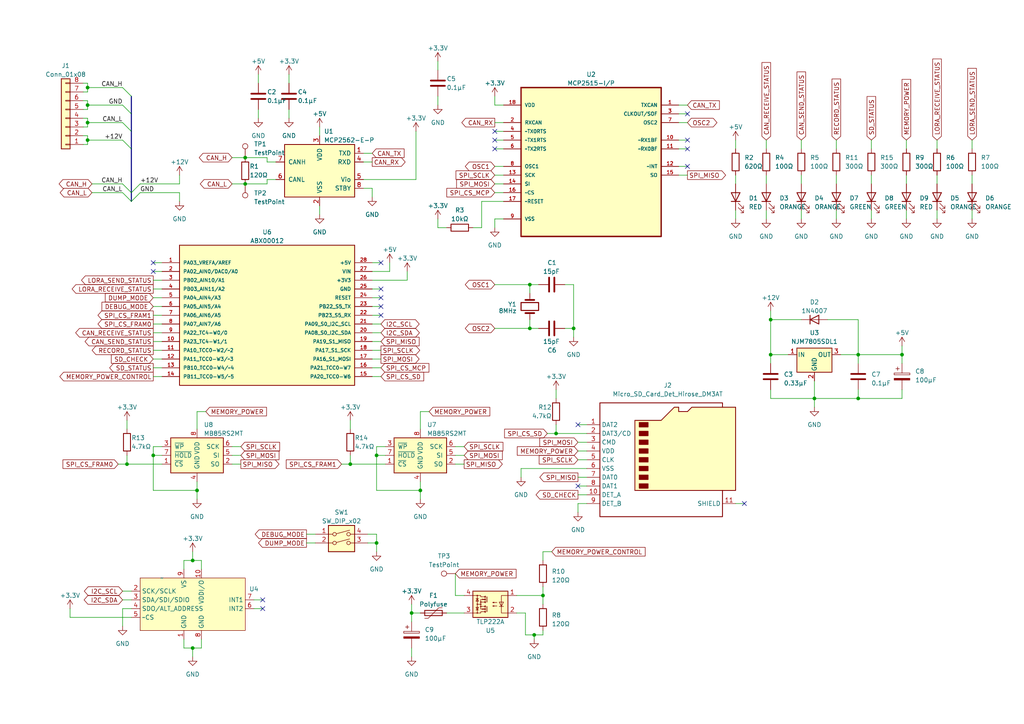
<source format=kicad_sch>
(kicad_sch (version 20230121) (generator eeschema)
  (paper "A4")
  (junction (at 236.22 115.57))
  (junction (at 261.62 102.87))
  (junction (at 153.67 95.25))
  (junction (at 101.6 134.62))
  (junction (at 25.4 30.48))
  (junction (at 25.4 25.4))
  (junction (at 153.67 82.55))
  (junction (at 25.4 40.64))
  (junction (at 154.94 184.15))
  (junction (at 71.12 53.34))
  (junction (at 248.92 115.57))
  (junction (at 161.29 125.73))
  (junction (at 157.48 172.72))
  (junction (at 55.88 162.56))
  (junction (at 223.52 102.87))
  (junction (at 119.38 177.8))
  (junction (at 25.4 35.56))
  (junction (at 109.22 157.48))
  (junction (at 36.83 134.62))
  (junction (at 44.45 132.08))
  (junction (at 57.15 142.24))
  (junction (at 71.12 45.72))
  (junction (at 109.22 132.08))
  (junction (at 55.88 187.96))
  (junction (at 166.37 95.25))
  (junction (at 121.92 142.24))
  (junction (at 223.52 92.71))
  (junction (at 248.92 102.87))
  (no_connect (at 110.49 83.82))
  (no_connect (at 199.39 40.64))
  (no_connect (at 143.51 40.64))
  (no_connect (at 199.39 43.18))
  (no_connect (at 167.64 140.97))
  (no_connect (at 110.49 86.36))
  (no_connect (at 76.2 176.53))
  (no_connect (at 76.2 173.99))
  (no_connect (at 143.51 43.18))
  (no_connect (at 199.39 33.02))
  (no_connect (at 167.64 123.19))
  (no_connect (at 44.45 78.74))
  (no_connect (at 143.51 38.1))
  (no_connect (at 110.49 76.2))
  (no_connect (at 110.49 91.44))
  (no_connect (at 110.49 88.9))
  (no_connect (at 215.9 146.05))
  (no_connect (at 44.45 76.2))
  (no_connect (at 199.39 48.26))
  (bus_entry (at 38.1 55.88) (size 2.54 -2.54))
  (bus_entry (at 35.56 35.56) (size 2.54 2.54))
  (bus_entry (at 38.1 58.42) (size -2.54 -2.54))
  (bus_entry (at 35.56 25.4) (size 2.54 2.54))
  (bus_entry (at 35.56 30.48) (size 2.54 2.54))
  (bus_entry (at 38.1 58.42) (size 2.54 -2.54))
  (bus_entry (at 35.56 40.64) (size 2.54 2.54))
  (bus_entry (at 38.1 55.88) (size -2.54 -2.54))
  (wire (pts (xy 52.07 58.42) (xy 52.07 55.88)))
  (wire (pts (xy 167.64 138.43) (xy 170.18 138.43)))
  (wire (pts (xy 25.4 40.64) (xy 35.56 40.64)))
  (wire (pts (xy 55.88 162.56) (xy 58.42 162.56)))
  (wire (pts (xy 52.07 53.34) (xy 40.64 53.34)))
  (wire (pts (xy 166.37 97.79) (xy 166.37 95.25)))
  (wire (pts (xy 196.85 50.8) (xy 199.39 50.8)))
  (wire (pts (xy 196.85 33.02) (xy 199.39 33.02)))
  (wire (pts (xy 196.85 30.48) (xy 199.39 30.48)))
  (bus (pts (xy 38.1 55.88) (xy 38.1 58.42)))
  (wire (pts (xy 261.62 113.03) (xy 261.62 115.57)))
  (wire (pts (xy 101.6 134.62) (xy 111.76 134.62)))
  (wire (pts (xy 143.51 53.34) (xy 146.05 53.34)))
  (wire (pts (xy 146.05 58.42) (xy 139.7 58.42)))
  (wire (pts (xy 107.95 83.82) (xy 110.49 83.82)))
  (wire (pts (xy 106.68 157.48) (xy 109.22 157.48)))
  (wire (pts (xy 107.95 81.28) (xy 118.11 81.28)))
  (wire (pts (xy 271.78 50.8) (xy 271.78 53.34)))
  (wire (pts (xy 132.08 166.37) (xy 132.08 172.72)))
  (wire (pts (xy 262.89 40.64) (xy 262.89 43.18)))
  (wire (pts (xy 236.22 110.49) (xy 236.22 115.57)))
  (wire (pts (xy 167.64 133.35) (xy 170.18 133.35)))
  (wire (pts (xy 25.4 35.56) (xy 25.4 36.83)))
  (wire (pts (xy 167.64 143.51) (xy 170.18 143.51)))
  (wire (pts (xy 166.37 95.25) (xy 166.37 82.55)))
  (wire (pts (xy 58.42 162.56) (xy 58.42 165.1)))
  (wire (pts (xy 44.45 109.22) (xy 46.99 109.22)))
  (wire (pts (xy 167.64 130.81) (xy 170.18 130.81)))
  (wire (pts (xy 154.94 184.15) (xy 157.48 184.15)))
  (wire (pts (xy 228.6 102.87) (xy 223.52 102.87)))
  (wire (pts (xy 44.45 78.74) (xy 46.99 78.74)))
  (wire (pts (xy 223.52 92.71) (xy 223.52 102.87)))
  (wire (pts (xy 252.73 40.64) (xy 252.73 43.18)))
  (wire (pts (xy 232.41 50.8) (xy 232.41 53.34)))
  (wire (pts (xy 153.67 95.25) (xy 156.21 95.25)))
  (wire (pts (xy 35.56 171.45) (xy 38.1 171.45)))
  (wire (pts (xy 73.66 173.99) (xy 76.2 173.99)))
  (wire (pts (xy 236.22 115.57) (xy 236.22 118.11)))
  (wire (pts (xy 196.85 43.18) (xy 199.39 43.18)))
  (wire (pts (xy 109.22 129.54) (xy 109.22 132.08)))
  (wire (pts (xy 44.45 91.44) (xy 46.99 91.44)))
  (wire (pts (xy 106.68 154.94) (xy 109.22 154.94)))
  (wire (pts (xy 107.95 86.36) (xy 110.49 86.36)))
  (wire (pts (xy 223.52 90.17) (xy 223.52 92.71)))
  (wire (pts (xy 44.45 106.68) (xy 46.99 106.68)))
  (wire (pts (xy 223.52 115.57) (xy 236.22 115.57)))
  (wire (pts (xy 252.73 50.8) (xy 252.73 53.34)))
  (wire (pts (xy 36.83 134.62) (xy 46.99 134.62)))
  (wire (pts (xy 223.52 102.87) (xy 223.52 105.41)))
  (wire (pts (xy 143.51 95.25) (xy 153.67 95.25)))
  (wire (pts (xy 248.92 115.57) (xy 248.92 113.03)))
  (wire (pts (xy 107.95 91.44) (xy 110.49 91.44)))
  (wire (pts (xy 107.95 54.61) (xy 107.95 57.15)))
  (wire (pts (xy 242.57 60.96) (xy 242.57 63.5)))
  (wire (pts (xy 74.93 21.59) (xy 74.93 24.13)))
  (bus (pts (xy 38.1 27.94) (xy 38.1 33.02)))
  (wire (pts (xy 157.48 160.02) (xy 157.48 162.56)))
  (wire (pts (xy 153.67 85.09) (xy 153.67 82.55)))
  (wire (pts (xy 213.36 40.64) (xy 213.36 43.18)))
  (wire (pts (xy 161.29 123.19) (xy 161.29 125.73)))
  (wire (pts (xy 53.34 185.42) (xy 53.34 187.96)))
  (wire (pts (xy 196.85 40.64) (xy 199.39 40.64)))
  (wire (pts (xy 46.99 132.08) (xy 44.45 132.08)))
  (wire (pts (xy 143.51 63.5) (xy 146.05 63.5)))
  (wire (pts (xy 153.67 82.55) (xy 156.21 82.55)))
  (wire (pts (xy 262.89 60.96) (xy 262.89 63.5)))
  (wire (pts (xy 24.13 41.91) (xy 25.4 41.91)))
  (wire (pts (xy 107.95 93.98) (xy 110.49 93.98)))
  (wire (pts (xy 105.41 44.45) (xy 107.95 44.45)))
  (wire (pts (xy 153.67 92.71) (xy 153.67 95.25)))
  (wire (pts (xy 107.95 76.2) (xy 110.49 76.2)))
  (wire (pts (xy 132.08 134.62) (xy 134.62 134.62)))
  (wire (pts (xy 163.83 95.25) (xy 166.37 95.25)))
  (wire (pts (xy 52.07 55.88) (xy 40.64 55.88)))
  (wire (pts (xy 242.57 40.64) (xy 242.57 43.18)))
  (wire (pts (xy 149.86 177.8) (xy 152.4 177.8)))
  (wire (pts (xy 105.41 46.99) (xy 107.95 46.99)))
  (wire (pts (xy 151.13 138.43) (xy 151.13 135.89)))
  (wire (pts (xy 88.9 154.94) (xy 91.44 154.94)))
  (wire (pts (xy 161.29 125.73) (xy 170.18 125.73)))
  (wire (pts (xy 73.66 176.53) (xy 76.2 176.53)))
  (wire (pts (xy 127 27.94) (xy 127 30.48)))
  (wire (pts (xy 132.08 132.08) (xy 134.62 132.08)))
  (wire (pts (xy 107.95 106.68) (xy 110.49 106.68)))
  (wire (pts (xy 213.36 60.96) (xy 213.36 63.5)))
  (wire (pts (xy 57.15 119.38) (xy 57.15 124.46)))
  (wire (pts (xy 167.64 140.97) (xy 170.18 140.97)))
  (wire (pts (xy 143.51 55.88) (xy 146.05 55.88)))
  (wire (pts (xy 55.88 187.96) (xy 58.42 187.96)))
  (wire (pts (xy 132.08 129.54) (xy 134.62 129.54)))
  (wire (pts (xy 240.03 92.71) (xy 248.92 92.71)))
  (wire (pts (xy 44.45 88.9) (xy 46.99 88.9)))
  (wire (pts (xy 67.31 45.72) (xy 71.12 45.72)))
  (wire (pts (xy 67.31 132.08) (xy 69.85 132.08)))
  (wire (pts (xy 24.13 24.13) (xy 25.4 24.13)))
  (wire (pts (xy 67.31 134.62) (xy 69.85 134.62)))
  (wire (pts (xy 248.92 102.87) (xy 261.62 102.87)))
  (wire (pts (xy 35.56 176.53) (xy 38.1 176.53)))
  (wire (pts (xy 25.4 34.29) (xy 25.4 35.56)))
  (wire (pts (xy 121.92 139.7) (xy 121.92 142.24)))
  (wire (pts (xy 25.4 36.83) (xy 24.13 36.83)))
  (wire (pts (xy 77.47 46.99) (xy 77.47 45.72)))
  (wire (pts (xy 44.45 81.28) (xy 46.99 81.28)))
  (wire (pts (xy 252.73 60.96) (xy 252.73 63.5)))
  (bus (pts (xy 38.1 43.18) (xy 38.1 55.88)))
  (wire (pts (xy 25.4 35.56) (xy 35.56 35.56)))
  (wire (pts (xy 121.92 142.24) (xy 121.92 144.78)))
  (wire (pts (xy 111.76 129.54) (xy 109.22 129.54)))
  (wire (pts (xy 281.94 40.64) (xy 281.94 43.18)))
  (wire (pts (xy 20.32 176.53) (xy 20.32 179.07)))
  (wire (pts (xy 59.69 119.38) (xy 57.15 119.38)))
  (wire (pts (xy 46.99 129.54) (xy 44.45 129.54)))
  (wire (pts (xy 67.31 53.34) (xy 71.12 53.34)))
  (wire (pts (xy 58.42 185.42) (xy 58.42 187.96)))
  (wire (pts (xy 154.94 184.15) (xy 154.94 185.42)))
  (wire (pts (xy 119.38 175.26) (xy 119.38 177.8)))
  (wire (pts (xy 134.62 172.72) (xy 132.08 172.72)))
  (wire (pts (xy 167.64 128.27) (xy 170.18 128.27)))
  (wire (pts (xy 24.13 31.75) (xy 25.4 31.75)))
  (wire (pts (xy 83.82 31.75) (xy 83.82 34.29)))
  (wire (pts (xy 167.64 146.05) (xy 170.18 146.05)))
  (wire (pts (xy 44.45 101.6) (xy 46.99 101.6)))
  (wire (pts (xy 167.64 146.05) (xy 167.64 148.59)))
  (wire (pts (xy 281.94 60.96) (xy 281.94 63.5)))
  (wire (pts (xy 25.4 25.4) (xy 35.56 25.4)))
  (wire (pts (xy 243.84 102.87) (xy 248.92 102.87)))
  (wire (pts (xy 262.89 50.8) (xy 262.89 53.34)))
  (wire (pts (xy 53.34 187.96) (xy 55.88 187.96)))
  (wire (pts (xy 24.13 26.67) (xy 25.4 26.67)))
  (wire (pts (xy 152.4 177.8) (xy 152.4 184.15)))
  (wire (pts (xy 92.71 59.69) (xy 92.71 62.23)))
  (wire (pts (xy 44.45 96.52) (xy 46.99 96.52)))
  (wire (pts (xy 139.7 66.04) (xy 137.16 66.04)))
  (wire (pts (xy 107.95 99.06) (xy 110.49 99.06)))
  (wire (pts (xy 213.36 50.8) (xy 213.36 53.34)))
  (wire (pts (xy 242.57 50.8) (xy 242.57 53.34)))
  (wire (pts (xy 101.6 132.08) (xy 101.6 134.62)))
  (wire (pts (xy 157.48 170.18) (xy 157.48 172.72)))
  (wire (pts (xy 143.51 48.26) (xy 146.05 48.26)))
  (wire (pts (xy 35.56 173.99) (xy 38.1 173.99)))
  (wire (pts (xy 53.34 162.56) (xy 55.88 162.56)))
  (wire (pts (xy 232.41 40.64) (xy 232.41 43.18)))
  (wire (pts (xy 36.83 121.92) (xy 36.83 124.46)))
  (wire (pts (xy 222.25 50.8) (xy 222.25 53.34)))
  (wire (pts (xy 261.62 100.33) (xy 261.62 102.87)))
  (wire (pts (xy 271.78 60.96) (xy 271.78 63.5)))
  (wire (pts (xy 25.4 39.37) (xy 25.4 40.64)))
  (wire (pts (xy 35.56 55.88) (xy 26.67 55.88)))
  (wire (pts (xy 57.15 142.24) (xy 57.15 144.78)))
  (wire (pts (xy 24.13 29.21) (xy 25.4 29.21)))
  (wire (pts (xy 163.83 82.55) (xy 166.37 82.55)))
  (wire (pts (xy 80.01 46.99) (xy 77.47 46.99)))
  (wire (pts (xy 143.51 35.56) (xy 146.05 35.56)))
  (wire (pts (xy 167.64 123.19) (xy 170.18 123.19)))
  (wire (pts (xy 143.51 30.48) (xy 146.05 30.48)))
  (wire (pts (xy 55.88 190.5) (xy 55.88 187.96)))
  (wire (pts (xy 44.45 76.2) (xy 46.99 76.2)))
  (wire (pts (xy 143.51 50.8) (xy 146.05 50.8)))
  (wire (pts (xy 83.82 21.59) (xy 83.82 24.13)))
  (wire (pts (xy 160.02 160.02) (xy 157.48 160.02)))
  (wire (pts (xy 124.46 119.38) (xy 121.92 119.38)))
  (bus (pts (xy 38.1 38.1) (xy 38.1 43.18)))
  (wire (pts (xy 143.51 43.18) (xy 146.05 43.18)))
  (wire (pts (xy 53.34 165.1) (xy 53.34 162.56)))
  (wire (pts (xy 261.62 105.41) (xy 261.62 102.87)))
  (wire (pts (xy 119.38 187.96) (xy 119.38 190.5)))
  (wire (pts (xy 118.11 78.74) (xy 118.11 81.28)))
  (wire (pts (xy 77.47 52.07) (xy 77.47 53.34)))
  (wire (pts (xy 271.78 40.64) (xy 271.78 43.18)))
  (wire (pts (xy 36.83 132.08) (xy 36.83 134.62)))
  (wire (pts (xy 143.51 82.55) (xy 153.67 82.55)))
  (wire (pts (xy 107.95 109.22) (xy 110.49 109.22)))
  (wire (pts (xy 99.06 134.62) (xy 101.6 134.62)))
  (wire (pts (xy 44.45 86.36) (xy 46.99 86.36)))
  (wire (pts (xy 44.45 129.54) (xy 44.45 132.08)))
  (wire (pts (xy 107.95 88.9) (xy 110.49 88.9)))
  (wire (pts (xy 248.92 115.57) (xy 261.62 115.57)))
  (wire (pts (xy 222.25 60.96) (xy 222.25 63.5)))
  (wire (pts (xy 222.25 40.64) (xy 222.25 43.18)))
  (wire (pts (xy 44.45 132.08) (xy 44.45 142.24)))
  (wire (pts (xy 109.22 142.24) (xy 121.92 142.24)))
  (wire (pts (xy 119.38 177.8) (xy 121.92 177.8)))
  (wire (pts (xy 121.92 119.38) (xy 121.92 124.46)))
  (wire (pts (xy 107.95 96.52) (xy 110.49 96.52)))
  (wire (pts (xy 44.45 142.24) (xy 57.15 142.24)))
  (wire (pts (xy 161.29 113.03) (xy 161.29 115.57)))
  (wire (pts (xy 113.03 76.2) (xy 113.03 78.74)))
  (wire (pts (xy 25.4 31.75) (xy 25.4 30.48)))
  (wire (pts (xy 88.9 157.48) (xy 91.44 157.48)))
  (wire (pts (xy 25.4 30.48) (xy 25.4 29.21)))
  (wire (pts (xy 143.51 66.04) (xy 143.51 63.5)))
  (wire (pts (xy 223.52 92.71) (xy 232.41 92.71)))
  (wire (pts (xy 120.65 38.1) (xy 120.65 52.07)))
  (wire (pts (xy 248.92 92.71) (xy 248.92 102.87)))
  (wire (pts (xy 143.51 40.64) (xy 146.05 40.64)))
  (wire (pts (xy 139.7 58.42) (xy 139.7 66.04)))
  (wire (pts (xy 157.48 172.72) (xy 157.48 175.26)))
  (wire (pts (xy 127 17.78) (xy 127 20.32)))
  (wire (pts (xy 35.56 176.53) (xy 35.56 181.61)))
  (wire (pts (xy 44.45 104.14) (xy 46.99 104.14)))
  (wire (pts (xy 67.31 129.54) (xy 69.85 129.54)))
  (wire (pts (xy 196.85 35.56) (xy 199.39 35.56)))
  (wire (pts (xy 119.38 177.8) (xy 119.38 180.34)))
  (wire (pts (xy 44.45 83.82) (xy 46.99 83.82)))
  (wire (pts (xy 71.12 53.34) (xy 77.47 53.34)))
  (wire (pts (xy 35.56 53.34) (xy 26.67 53.34)))
  (wire (pts (xy 107.95 104.14) (xy 110.49 104.14)))
  (bus (pts (xy 38.1 33.02) (xy 38.1 38.1)))
  (wire (pts (xy 157.48 184.15) (xy 157.48 182.88)))
  (wire (pts (xy 25.4 30.48) (xy 35.56 30.48)))
  (wire (pts (xy 20.32 179.07) (xy 38.1 179.07)))
  (wire (pts (xy 151.13 135.89) (xy 170.18 135.89)))
  (wire (pts (xy 109.22 132.08) (xy 109.22 142.24)))
  (wire (pts (xy 52.07 50.8) (xy 52.07 53.34)))
  (wire (pts (xy 127 66.04) (xy 129.54 66.04)))
  (wire (pts (xy 24.13 34.29) (xy 25.4 34.29)))
  (wire (pts (xy 25.4 25.4) (xy 25.4 26.67)))
  (wire (pts (xy 213.36 146.05) (xy 215.9 146.05)))
  (wire (pts (xy 34.29 134.62) (xy 36.83 134.62)))
  (wire (pts (xy 101.6 121.92) (xy 101.6 124.46)))
  (wire (pts (xy 25.4 25.4) (xy 25.4 24.13)))
  (wire (pts (xy 92.71 36.83) (xy 92.71 39.37)))
  (wire (pts (xy 105.41 52.07) (xy 120.65 52.07)))
  (wire (pts (xy 248.92 102.87) (xy 248.92 105.41)))
  (wire (pts (xy 55.88 160.02) (xy 55.88 162.56)))
  (wire (pts (xy 109.22 154.94) (xy 109.22 157.48)))
  (wire (pts (xy 236.22 115.57) (xy 248.92 115.57)))
  (wire (pts (xy 44.45 99.06) (xy 46.99 99.06)))
  (wire (pts (xy 44.45 93.98) (xy 46.99 93.98)))
  (wire (pts (xy 109.22 157.48) (xy 109.22 160.02)))
  (wire (pts (xy 105.41 54.61) (xy 107.95 54.61)))
  (wire (pts (xy 113.03 78.74) (xy 107.95 78.74)))
  (wire (pts (xy 111.76 132.08) (xy 109.22 132.08)))
  (wire (pts (xy 25.4 41.91) (xy 25.4 40.64)))
  (wire (pts (xy 127 63.5) (xy 127 66.04)))
  (wire (pts (xy 232.41 60.96) (xy 232.41 63.5)))
  (wire (pts (xy 158.75 125.73) (xy 161.29 125.73)))
  (wire (pts (xy 57.15 139.7) (xy 57.15 142.24)))
  (wire (pts (xy 281.94 50.8) (xy 281.94 53.34)))
  (wire (pts (xy 80.01 52.07) (xy 77.47 52.07)))
  (wire (pts (xy 74.93 31.75) (xy 74.93 34.29)))
  (wire (pts (xy 196.85 48.26) (xy 199.39 48.26)))
  (wire (pts (xy 157.48 172.72) (xy 149.86 172.72)))
  (wire (pts (xy 223.52 113.03) (xy 223.52 115.57)))
  (wire (pts (xy 71.12 45.72) (xy 77.47 45.72)))
  (wire (pts (xy 152.4 184.15) (xy 154.94 184.15)))
  (wire (pts (xy 129.54 177.8) (xy 134.62 177.8)))
  (wire (pts (xy 24.13 39.37) (xy 25.4 39.37)))
  (wire (pts (xy 143.51 38.1) (xy 146.05 38.1)))
  (wire (pts (xy 143.51 27.94) (xy 143.51 30.48)))
  (wire (pts (xy 107.95 101.6) (xy 110.49 101.6)))
  (label "+12V" (at 35.56 40.64 180))
  (label "CAN_H" (at 35.56 53.34 180))
  (label "CAN_H" (at 35.56 25.4 180))
  (label "CAN_L" (at 35.56 55.88 180))
  (label "GND" (at 40.64 55.88 0))
  (label "+12V" (at 40.64 53.34 0))
  (label "CAN_L" (at 35.56 35.56 180))
  (label "GND" (at 35.56 30.48 180))
  (global_label "MEMORY_POWER" (shape input) (at 132.08 166.37 0) (property "Intersheetrefs" "${INTERSHEET_REFS}" (effects hide)))
  (global_label "SPI_CS_FRAM1" (shape input) (at 99.06 134.62 180) (property "Intersheetrefs" "${INTERSHEET_REFS}" (effects hide)))
  (global_label "LORA_RECEIVE_STATUS" (shape output) (at 44.45 83.82 180) (property "Intersheetrefs" "${INTERSHEET_REFS}" (effects hide)))
  (global_label "CAN_RECEIVE_STATUS" (shape output) (at 44.45 96.52 180) (property "Intersheetrefs" "${INTERSHEET_REFS}" (effects hide)))
  (global_label "OSC1" (shape bidirectional) (at 143.51 82.55 180) (property "Intersheetrefs" "${INTERSHEET_REFS}" (effects hide)))
  (global_label "SPI_CS_FRAM0" (shape output) (at 44.45 93.98 180) (property "Intersheetrefs" "${INTERSHEET_REFS}" (effects hide)))
  (global_label "SD_STATUS" (shape output) (at 44.45 106.68 180) (property "Intersheetrefs" "${INTERSHEET_REFS}" (effects hide)))
  (global_label "SPI_CS_FRAM1" (shape output) (at 44.45 91.44 180) (property "Intersheetrefs" "${INTERSHEET_REFS}" (effects hide)))
  (global_label "MEMORY_POWER" (shape input) (at 59.69 119.38 0) (property "Intersheetrefs" "${INTERSHEET_REFS}" (effects hide)))
  (global_label "CAN_L" (shape bidirectional) (at 67.31 53.34 180) (property "Intersheetrefs" "${INTERSHEET_REFS}" (effects hide)))
  (global_label "DEBUG_MODE" (shape output) (at 88.9 154.94 180) (property "Intersheetrefs" "${INTERSHEET_REFS}" (effects hide)))
  (global_label "LORA_RECEIVE_STATUS" (shape input) (at 271.78 40.64 90) (property "Intersheetrefs" "${INTERSHEET_REFS}" (effects hide)))
  (global_label "CAN_RX" (shape output) (at 143.51 35.56 180) (property "Intersheetrefs" "${INTERSHEET_REFS}" (effects hide)))
  (global_label "OSC2" (shape bidirectional) (at 143.51 95.25 180) (property "Intersheetrefs" "${INTERSHEET_REFS}" (effects hide)))
  (global_label "SPI_CS_FRAM0" (shape input) (at 34.29 134.62 180) (property "Intersheetrefs" "${INTERSHEET_REFS}" (effects hide)))
  (global_label "SPI_MOSI" (shape input) (at 134.62 132.08 0) (property "Intersheetrefs" "${INTERSHEET_REFS}" (effects hide)))
  (global_label "SPI_SCLK" (shape input) (at 143.51 50.8 180) (property "Intersheetrefs" "${INTERSHEET_REFS}" (effects hide)))
  (global_label "SPI_MISO" (shape output) (at 199.39 50.8 0) (property "Intersheetrefs" "${INTERSHEET_REFS}" (effects hide)))
  (global_label "SPI_SCLK" (shape input) (at 69.85 129.54 0) (property "Intersheetrefs" "${INTERSHEET_REFS}" (effects hide)))
  (global_label "SPI_CS_SD" (shape input) (at 110.49 109.22 0) (property "Intersheetrefs" "${INTERSHEET_REFS}" (effects hide)))
  (global_label "DEBUG_MODE" (shape input) (at 44.45 88.9 180) (property "Intersheetrefs" "${INTERSHEET_REFS}" (effects hide)))
  (global_label "DUMP_MODE" (shape output) (at 88.9 157.48 180) (property "Intersheetrefs" "${INTERSHEET_REFS}" (effects hide)))
  (global_label "CAN_TX" (shape input) (at 107.95 44.45 0) (property "Intersheetrefs" "${INTERSHEET_REFS}" (effects hide)))
  (global_label "CAN_SEND_STATUS" (shape output) (at 44.45 99.06 180) (property "Intersheetrefs" "${INTERSHEET_REFS}" (effects hide)))
  (global_label "SPI_SCLK" (shape input) (at 134.62 129.54 0) (property "Intersheetrefs" "${INTERSHEET_REFS}" (effects hide)))
  (global_label "SPI_MISO" (shape output) (at 167.64 138.43 180) (property "Intersheetrefs" "${INTERSHEET_REFS}" (effects hide)))
  (global_label "SD_STATUS" (shape input) (at 252.73 40.64 90) (property "Intersheetrefs" "${INTERSHEET_REFS}" (effects hide)))
  (global_label "SPI_SCLK" (shape output) (at 110.49 101.6 0) (property "Intersheetrefs" "${INTERSHEET_REFS}" (effects hide)))
  (global_label "CAN_H" (shape bidirectional) (at 67.31 45.72 180) (property "Intersheetrefs" "${INTERSHEET_REFS}" (effects hide)))
  (global_label "SPI_MOSI" (shape input) (at 143.51 53.34 180) (property "Intersheetrefs" "${INTERSHEET_REFS}" (effects hide)))
  (global_label "OSC1" (shape bidirectional) (at 143.51 48.26 180) (property "Intersheetrefs" "${INTERSHEET_REFS}" (effects hide)))
  (global_label "CAN_RX" (shape output) (at 107.95 46.99 0) (property "Intersheetrefs" "${INTERSHEET_REFS}" (effects hide)))
  (global_label "MEMORY_POWER" (shape input) (at 124.46 119.38 0) (property "Intersheetrefs" "${INTERSHEET_REFS}" (effects hide)))
  (global_label "SPI_SCLK" (shape input) (at 167.64 133.35 180) (property "Intersheetrefs" "${INTERSHEET_REFS}" (effects hide)))
  (global_label "SPI_CS_MCP" (shape input) (at 110.49 106.68 0) (property "Intersheetrefs" "${INTERSHEET_REFS}" (effects hide)))
  (global_label "SPI_MOSI" (shape input) (at 167.64 128.27 180) (property "Intersheetrefs" "${INTERSHEET_REFS}" (effects hide)))
  (global_label "SPI_MISO" (shape input) (at 110.49 99.06 0) (property "Intersheetrefs" "${INTERSHEET_REFS}" (effects hide)))
  (global_label "LORA_SEND_STATUS" (shape output) (at 44.45 81.28 180) (property "Intersheetrefs" "${INTERSHEET_REFS}" (effects hide)))
  (global_label "SPI_MOSI" (shape input) (at 69.85 132.08 0) (property "Intersheetrefs" "${INTERSHEET_REFS}" (effects hide)))
  (global_label "MEMORY_POWER" (shape input) (at 167.64 130.81 180) (property "Intersheetrefs" "${INTERSHEET_REFS}" (effects hide)))
  (global_label "SPI_MOSI" (shape output) (at 110.49 104.14 0) (property "Intersheetrefs" "${INTERSHEET_REFS}" (effects hide)))
  (global_label "LORA_SEND_STATUS" (shape input) (at 281.94 40.64 90) (property "Intersheetrefs" "${INTERSHEET_REFS}" (effects hide)))
  (global_label "SPI_CS_MCP" (shape input) (at 143.51 55.88 180) (property "Intersheetrefs" "${INTERSHEET_REFS}" (effects hide)))
  (global_label "I2C_SDA" (shape bidirectional) (at 110.49 96.52 0) (property "Intersheetrefs" "${INTERSHEET_REFS}" (effects hide)))
  (global_label "CAN_SEND_STATUS" (shape input) (at 232.41 40.64 90) (property "Intersheetrefs" "${INTERSHEET_REFS}" (effects hide)))
  (global_label "CAN_L" (shape bidirectional) (at 26.67 55.88 180) (property "Intersheetrefs" "${INTERSHEET_REFS}" (effects hide)))
  (global_label "CAN_RECEIVE_STATUS" (shape input) (at 222.25 40.64 90) (property "Intersheetrefs" "${INTERSHEET_REFS}" (effects hide)))
  (global_label "MEMORY_POWER" (shape input) (at 262.89 40.64 90) (property "Intersheetrefs" "${INTERSHEET_REFS}" (effects hide)))
  (global_label "I2C_SCL" (shape bidirectional) (at 35.56 171.45 180) (property "Intersheetrefs" "${INTERSHEET_REFS}" (effects hide)))
  (global_label "MEMORY_POWER_CONTROL" (shape output) (at 44.45 109.22 180) (property "Intersheetrefs" "${INTERSHEET_REFS}" (effects hide)))
  (global_label "CAN_TX" (shape input) (at 199.39 30.48 0) (property "Intersheetrefs" "${INTERSHEET_REFS}" (effects hide)))
  (global_label "CAN_H" (shape bidirectional) (at 26.67 53.34 180) (property "Intersheetrefs" "${INTERSHEET_REFS}" (effects hide)))
  (global_label "OSC2" (shape bidirectional) (at 199.39 35.56 0) (property "Intersheetrefs" "${INTERSHEET_REFS}" (effects hide)))
  (global_label "SPI_MISO" (shape output) (at 134.62 134.62 0) (property "Intersheetrefs" "${INTERSHEET_REFS}" (effects hide)))
  (global_label "RECORD_STATUS" (shape input) (at 242.57 40.64 90) (property "Intersheetrefs" "${INTERSHEET_REFS}" (effects hide)))
  (global_label "I2C_SDA" (shape bidirectional) (at 35.56 173.99 180) (property "Intersheetrefs" "${INTERSHEET_REFS}" (effects hide)))
  (global_label "SD_CHECK" (shape input) (at 44.45 104.14 180) (property "Intersheetrefs" "${INTERSHEET_REFS}" (effects hide)))
  (global_label "SPI_CS_SD" (shape input) (at 158.75 125.73 180) (property "Intersheetrefs" "${INTERSHEET_REFS}" (effects hide)))
  (global_label "RECORD_STATUS" (shape output) (at 44.45 101.6 180) (property "Intersheetrefs" "${INTERSHEET_REFS}" (effects hide)))
  (global_label "SD_CHECK" (shape output) (at 167.64 143.51 180) (property "Intersheetrefs" "${INTERSHEET_REFS}" (effects hide)))
  (global_label "SPI_MISO" (shape output) (at 69.85 134.62 0) (property "Intersheetrefs" "${INTERSHEET_REFS}" (effects hide)))
  (global_label "I2C_SCL" (shape bidirectional) (at 110.49 93.98 0) (property "Intersheetrefs" "${INTERSHEET_REFS}" (effects hide)))
  (global_label "DUMP_MODE" (shape input) (at 44.45 86.36 180) (property "Intersheetrefs" "${INTERSHEET_REFS}" (effects hide)))
  (global_label "MEMORY_POWER_CONTROL" (shape input) (at 160.02 160.02 0) (property "Intersheetrefs" "${INTERSHEET_REFS}" (effects hide)))
  (symbol (lib_id "Device:R") (at 213.36 46.99 0) (unit 1)
    (property "Reference" "R2" (at 215.9 45.7199 0) (effects (justify left)))
    (property "Value" "620Ω" (at 215.9 48.2599 0) (effects (justify left)))
    (property "Footprint" "Resistor_SMD:R_0603_1608Metric_Pad0.98x0.95mm_HandSolder" (effects hide))
  )
  (symbol (lib_id "Device:Polyfuse") (at 125.73 177.8 90) (unit 1)
    (property "Reference" "F1" (at 125.73 172.72 90))
    (property "Value" "Polyfuse" (at 125.73 175.26 90))
    (property "Footprint" "Fuse:Fuse_1206_3216Metric_Pad1.42x1.75mm_HandSolder" (effects hide))
  )
  (symbol (lib_id "power:GND") (at 121.92 144.78 0) (unit 1)
    (property "Reference" "#PWR037" (effects hide))
    (property "Value" "GND" (at 121.92 149.86 0))
  )
  (symbol (lib_id "power:GND") (at 127 30.48 0) (unit 1)
    (property "Reference" "#PWR022" (effects hide))
    (property "Value" "GND" (at 127 35.56 0))
  )
  (symbol (lib_id "power:+3.3V") (at 20.32 176.53 0) (unit 1)
    (property "Reference" "#PWR01" (effects hide))
    (property "Value" "+3.3V" (at 20.32 172.72 0))
  )
  (symbol (lib_id "Device:C") (at 248.92 109.22 0) (unit 1)
    (property "Reference" "C7" (at 252.73 108.585 0) (effects (justify left)))
    (property "Value" "0.1μF" (at 252.73 111.125 0) (effects (justify left)))
    (property "Footprint" "Capacitor_SMD:C_0805_2012Metric_Pad1.18x1.45mm_HandSolder" (effects hide))
  )
  (symbol (lib_id "Device:R") (at 271.78 46.99 0) (unit 1)
    (property "Reference" "R6" (at 274.32 45.7199 0) (effects (justify left)))
    (property "Value" "100Ω" (at 274.32 48.2599 0) (effects (justify left)))
    (property "Footprint" "Resistor_SMD:R_0603_1608Metric_Pad0.98x0.95mm_HandSolder" (effects hide))
  )
  (symbol (lib_id "power:GND") (at 167.64 148.59 0) (unit 1)
    (property "Reference" "#PWR028" (effects hide))
    (property "Value" "GND" (at 167.64 153.67 0))
  )
  (symbol (lib_id "power:GND") (at 281.94 63.5 0) (unit 1)
    (property "Reference" "#PWR043" (effects hide))
    (property "Value" "GND" (at 281.94 68.58 0))
  )
  (symbol (lib_id "power:GND") (at 119.38 190.5 0) (unit 1)
    (property "Reference" "#PWR019" (effects hide))
    (property "Value" "GND" (at 119.38 195.58 0))
  )
  (symbol (lib_id "Device:LED") (at 213.36 57.15 90) (unit 1)
    (property "Reference" "D1" (at 217.17 57.4674 90) (effects (justify right)))
    (property "Value" "RED" (at 217.17 60.0074 90) (effects (justify right)))
    (property "Footprint" "LED_SMD:LED_0603_1608Metric_Pad1.05x0.95mm_HandSolder" (effects hide))
  )
  (symbol (lib_id "Device:R") (at 133.35 66.04 90) (unit 1)
    (property "Reference" "R3" (at 133.35 60.96 90))
    (property "Value" "10kΩ" (at 133.35 63.5 90))
    (property "Footprint" "Resistor_SMD:R_0603_1608Metric_Pad0.98x0.95mm_HandSolder" (effects hide))
  )
  (symbol (lib_id "Device:C") (at 160.02 95.25 270) (mirror x) (unit 1)
    (property "Reference" "C6" (at 158.75 101.6 90) (effects (justify left)))
    (property "Value" "15pF" (at 157.48 99.06 90) (effects (justify left)))
    (property "Footprint" "Capacitor_SMD:C_0603_1608Metric_Pad1.08x0.95mm_HandSolder" (effects hide))
  )
  (symbol (lib_id "Regulator_Linear:L7805") (at 236.22 102.87 0) (unit 1)
    (property "Reference" "U3" (at 236.22 96.52 0))
    (property "Value" "NJM7805SDL1" (at 236.22 99.06 0))
    (property "Footprint" "Package_TO_SOT_SMD:TO-252-3_TabPin2" (effects hide))
    (property "Datasheet" "http://www.st.com/content/ccc/resource/technical/document/datasheet/41/4f/b3/b0/12/d4/47/88/CD00000444.pdf/files/CD00000444.pdf/jcr:content/translations/en.CD00000444.pdf" (effects hide))
  )
  (symbol (lib_id "Device:R") (at 252.73 46.99 0) (unit 1)
    (property "Reference" "R15" (at 255.27 45.7199 0) (effects (justify left)))
    (property "Value" "300Ω" (at 255.27 48.2599 0) (effects (justify left)))
    (property "Footprint" "Resistor_SMD:R_0603_1608Metric_Pad0.98x0.95mm_HandSolder" (effects hide))
  )
  (symbol (lib_id "power:GND") (at 52.07 58.42 0) (mirror y) (unit 1)
    (property "Reference" "#PWR045" (effects hide))
    (property "Value" "GND" (at 52.07 63.5 0))
  )
  (symbol (lib_id "power:GND") (at 213.36 63.5 0) (unit 1)
    (property "Reference" "#PWR032" (effects hide))
    (property "Value" "GND" (at 213.36 68.58 0))
  )
  (symbol (lib_id "Device:LED") (at 242.57 57.15 90) (unit 1)
    (property "Reference" "D7" (at 246.38 57.4674 90) (effects (justify right)))
    (property "Value" "GREEN" (at 246.38 60.0074 90) (effects (justify right)))
    (property "Footprint" "LED_SMD:LED_0603_1608Metric_Pad1.05x0.95mm_HandSolder" (effects hide))
  )
  (symbol (lib_id "Device:LED") (at 232.41 57.15 90) (unit 1)
    (property "Reference" "D4" (at 236.22 57.4674 90) (effects (justify right)))
    (property "Value" "ORANGE" (at 236.22 60.0074 90) (effects (justify right)))
    (property "Footprint" "LED_SMD:LED_0603_1608Metric_Pad1.05x0.95mm_HandSolder" (effects hide))
  )
  (symbol (lib_id "Connector:TestPoint") (at 132.08 166.37 90) (unit 1)
    (property "Reference" "TP3" (at 128.778 161.29 90))
    (property "Value" "TestPoint" (at 128.778 163.83 90))
    (property "Footprint" "Connector_Pin:Pin_D1.0mm_L10.0mm" (effects hide))
  )
  (symbol (lib_id "Device:C") (at 83.82 27.94 0) (unit 1)
    (property "Reference" "C4" (at 86.36 26.67 0) (effects (justify left)))
    (property "Value" "0.1μF" (at 86.36 29.21 0) (effects (justify left)))
    (property "Footprint" "Capacitor_SMD:C_0805_2012Metric_Pad1.18x1.45mm_HandSolder" (effects hide))
  )
  (symbol (lib_id "Device:R") (at 101.6 128.27 0) (unit 1)
    (property "Reference" "R14" (at 102.87 127 0) (effects (justify left)))
    (property "Value" "4.7kΩ" (at 102.87 129.54 0) (effects (justify left)))
    (property "Footprint" "Resistor_SMD:R_0603_1608Metric_Pad0.98x0.95mm_HandSolder" (effects hide))
  )
  (symbol (lib_id "Device:R") (at 36.83 128.27 0) (unit 1)
    (property "Reference" "R13" (at 38.1 127 0) (effects (justify left)))
    (property "Value" "4.7kΩ" (at 38.1 129.54 0) (effects (justify left)))
    (property "Footprint" "Resistor_SMD:R_0603_1608Metric_Pad0.98x0.95mm_HandSolder" (effects hide))
  )
  (symbol (lib_id "power:+3.3V") (at 83.82 21.59 0) (unit 1)
    (property "Reference" "#PWR09" (effects hide))
    (property "Value" "+3.3V" (at 83.82 17.78 0))
  )
  (symbol (lib_id "power:GND") (at 222.25 63.5 0) (unit 1)
    (property "Reference" "#PWR035" (effects hide))
    (property "Value" "GND" (at 222.25 68.58 0))
  )
  (symbol (lib_id "Device:C") (at 223.52 109.22 0) (unit 1)
    (property "Reference" "C3" (at 227.33 108.585 0) (effects (justify left)))
    (property "Value" "0.33μF" (at 227.33 111.125 0) (effects (justify left)))
    (property "Footprint" "Capacitor_SMD:C_0805_2012Metric_Pad1.18x1.45mm_HandSolder" (effects hide))
  )
  (symbol (lib_id "power:+3.3V") (at 55.88 160.02 0) (unit 1)
    (property "Reference" "#PWR05" (effects hide))
    (property "Value" "+3.3V" (at 55.88 156.21 0))
  )
  (symbol (lib_id "Device:R") (at 157.48 179.07 0) (unit 1)
    (property "Reference" "R8" (at 160.02 178.435 0) (effects (justify left)))
    (property "Value" "120Ω" (at 160.02 180.975 0) (effects (justify left)))
    (property "Footprint" "Resistor_SMD:R_0603_1608Metric_Pad0.98x0.95mm_HandSolder" (effects hide))
  )
  (symbol (lib_id "Interface_CAN_LIN:MCP2562-E-P") (at 92.71 49.53 0) (mirror y) (unit 1)
    (property "Reference" "U1" (at 93.98 38.1 0) (effects (justify right)))
    (property "Value" "MCP2562-E-P" (at 93.98 40.64 0) (effects (justify right)))
    (property "Footprint" "Package_DIP:DIP-8_W7.62mm" (effects hide))
    (property "Datasheet" "http://ww1.microchip.com/downloads/en/DeviceDoc/25167A.pdf" (effects hide))
  )
  (symbol (lib_id "Device:C") (at 127 24.13 0) (unit 1)
    (property "Reference" "C5" (at 129.54 22.86 0) (effects (justify left)))
    (property "Value" "0.1μF" (at 129.54 25.4 0) (effects (justify left)))
    (property "Footprint" "Capacitor_SMD:C_0805_2012Metric_Pad1.18x1.45mm_HandSolder" (effects hide))
  )
  (symbol (lib_id "power:+5V") (at 74.93 21.59 0) (unit 1)
    (property "Reference" "#PWR07" (effects hide))
    (property "Value" "+5V" (at 74.93 17.78 0))
  )
  (symbol (lib_id "Device:LED") (at 281.94 57.15 90) (unit 1)
    (property "Reference" "D6" (at 285.75 57.4674 90) (effects (justify right)))
    (property "Value" "ORANGE" (at 285.75 60.0074 90) (effects (justify right)))
    (property "Footprint" "LED_SMD:LED_0603_1608Metric_Pad1.05x0.95mm_HandSolder" (effects hide))
  )
  (symbol (lib_id "Switch:SW_DIP_x02") (at 99.06 157.48 0) (unit 1)
    (property "Reference" "SW1" (at 99.06 148.59 0))
    (property "Value" "SW_DIP_x02" (at 99.06 151.13 0))
    (property "Footprint" "Button_Switch_THT:SW_DIP_SPSTx02_Piano_10.8x6.64mm_W7.62mm_P2.54mm" (effects hide))
  )
  (symbol (lib_id "power:GND") (at 166.37 97.79 0) (unit 1)
    (property "Reference" "#PWR030" (effects hide))
    (property "Value" "GND" (at 166.37 102.87 0))
  )
  (symbol (lib_id "Device:R") (at 161.29 119.38 0) (mirror y) (unit 1)
    (property "Reference" "R12" (at 160.02 118.11 0) (effects (justify left)))
    (property "Value" "4.7kΩ" (at 160.02 120.65 0) (effects (justify left)))
    (property "Footprint" "Resistor_SMD:R_0603_1608Metric_Pad0.98x0.95mm_HandSolder" (effects hide))
  )
  (symbol (lib_id "power:GND") (at 57.15 144.78 0) (unit 1)
    (property "Reference" "#PWR038" (effects hide))
    (property "Value" "GND" (at 57.15 149.86 0))
  )
  (symbol (lib_id "power:GND") (at 151.13 138.43 0) (unit 1)
    (property "Reference" "#PWR024" (effects hide))
    (property "Value" "GND" (at 151.13 143.51 0))
  )
  (symbol (lib_id "Memory_NVRAM:MB85RS2MT") (at 121.92 132.08 0) (unit 1)
    (property "Reference" "U7" (at 123.8759 123.19 0) (effects (justify left)))
    (property "Value" "MB85RS2MT" (at 123.8759 125.73 0) (effects (justify left)))
    (property "Footprint" "Package_DIP:DIP-8_W7.62mm" (effects hide))
    (property "Datasheet" "http://www.fujitsu.com/downloads/MICRO/fsa/pdf/products/memory/fram/MB85RS16-DS501-00014-6v0-E.pdf" (effects hide))
  )
  (symbol (lib_id "StrawberryLinux_ADXL375_Module:ADXL375") (at 46.99 167.64 0) (unit 1)
    (property "Reference" "U4" (at 73.66 170.8403 0))
    (property "Value" "~" (at 46.99 167.64 0))
    (property "Footprint" "StrawberryLinux_ADXL375_Module:ADXL375" (effects hide))
  )
  (symbol (lib_id "Device:C") (at 74.93 27.94 0) (unit 1)
    (property "Reference" "C2" (at 77.47 26.67 0) (effects (justify left)))
    (property "Value" "0.1μF" (at 77.47 29.21 0) (effects (justify left)))
    (property "Footprint" "Capacitor_SMD:C_0805_2012Metric_Pad1.18x1.45mm_HandSolder" (effects hide))
  )
  (symbol (lib_id "Memory_NVRAM:MB85RS2MT") (at 57.15 132.08 0) (unit 1)
    (property "Reference" "U8" (at 59.1059 123.19 0) (effects (justify left)))
    (property "Value" "MB85RS2MT" (at 59.1059 125.73 0) (effects (justify left)))
    (property "Footprint" "Package_DIP:DIP-8_W7.62mm" (effects hide))
    (property "Datasheet" "http://www.fujitsu.com/downloads/MICRO/fsa/pdf/products/memory/fram/MB85RS16-DS501-00014-6v0-E.pdf" (effects hide))
  )
  (symbol (lib_id "Device:R") (at 262.89 46.99 0) (unit 1)
    (property "Reference" "R9" (at 265.43 45.7199 0) (effects (justify left)))
    (property "Value" "300Ω" (at 265.43 48.2599 0) (effects (justify left)))
    (property "Footprint" "Resistor_SMD:R_0603_1608Metric_Pad0.98x0.95mm_HandSolder" (effects hide))
  )
  (symbol (lib_id "power:+3.3V") (at 36.83 121.92 0) (unit 1)
    (property "Reference" "#PWR034" (effects hide))
    (property "Value" "+3.3V" (at 36.83 118.11 0))
  )
  (symbol (lib_id "power:GND") (at 107.95 57.15 0) (unit 1)
    (property "Reference" "#PWR015" (effects hide))
    (property "Value" "GND" (at 107.95 62.23 0))
  )
  (symbol (lib_id "Device:R") (at 157.48 166.37 0) (unit 1)
    (property "Reference" "R10" (at 160.02 165.735 0) (effects (justify left)))
    (property "Value" "120Ω" (at 160.02 168.275 0) (effects (justify left)))
    (property "Footprint" "Resistor_SMD:R_0603_1608Metric_Pad0.98x0.95mm_HandSolder" (effects hide))
  )
  (symbol (lib_id "power:GND") (at 143.51 66.04 0) (unit 1)
    (property "Reference" "#PWR026" (effects hide))
    (property "Value" "GND" (at 143.51 71.12 0))
  )
  (symbol (lib_id "power:GND") (at 252.73 63.5 0) (unit 1)
    (property "Reference" "#PWR040" (effects hide))
    (property "Value" "GND" (at 252.73 68.58 0))
  )
  (symbol (lib_id "power:+5V") (at 261.62 100.33 0) (unit 1)
    (property "Reference" "#PWR04" (effects hide))
    (property "Value" "+5V" (at 261.62 96.52 0))
  )
  (symbol (lib_id "ABX00012:ABX00012") (at 77.47 91.44 0) (unit 1)
    (property "Reference" "U6" (at 77.47 67.31 0))
    (property "Value" "ABX00012" (at 77.47 69.85 0))
    (property "Footprint" "ABX00012:ARDUINO_ABX00012" (effects hide))
    (property "STANDARD" "Manufacturer Recommendations" (effects hide))
    (property "PARTREV" "5" (effects hide))
    (property "MANUFACTURER" "Arduino" (effects hide))
  )
  (symbol (lib_id "power:+3.3V") (at 101.6 121.92 0) (unit 1)
    (property "Reference" "#PWR033" (effects hide))
    (property "Value" "+3.3V" (at 101.6 118.11 0))
  )
  (symbol (lib_id "power:+12V") (at 52.07 50.8 0) (mirror y) (unit 1)
    (property "Reference" "#PWR044" (effects hide))
    (property "Value" "+12V" (at 52.07 46.99 0))
  )
  (symbol (lib_id "Device:LED") (at 252.73 57.15 90) (unit 1)
    (property "Reference" "D8" (at 256.54 57.4674 90) (effects (justify right)))
    (property "Value" "GREEN" (at 256.54 60.0074 90) (effects (justify right)))
    (property "Footprint" "LED_SMD:LED_0603_1608Metric_Pad1.05x0.95mm_HandSolder" (effects hide))
  )
  (symbol (lib_id "Device:LED") (at 262.89 57.15 90) (unit 1)
    (property "Reference" "D9" (at 266.7 57.4674 90) (effects (justify right)))
    (property "Value" "RED" (at 266.7 60.0074 90) (effects (justify right)))
    (property "Footprint" "LED_SMD:LED_0603_1608Metric_Pad1.05x0.95mm_HandSolder" (effects hide))
  )
  (symbol (lib_id "power:+3.3V") (at 127 63.5 0) (unit 1)
    (property "Reference" "#PWR023" (effects hide))
    (property "Value" "+3.3V" (at 127 59.69 0))
  )
  (symbol (lib_id "power:+3.3V") (at 120.65 38.1 0) (unit 1)
    (property "Reference" "#PWR020" (effects hide))
    (property "Value" "+3.3V" (at 120.65 34.29 0))
  )
  (symbol (lib_id "power:GND") (at 154.94 185.42 0) (unit 1)
    (property "Reference" "#PWR029" (effects hide))
    (property "Value" "GND" (at 154.94 190.5 0))
  )
  (symbol (lib_id "power:+12V") (at 223.52 90.17 0) (mirror y) (unit 1)
    (property "Reference" "#PWR03" (effects hide))
    (property "Value" "+12V" (at 223.52 86.36 0))
  )
  (symbol (lib_id "Device:LED") (at 271.78 57.15 90) (unit 1)
    (property "Reference" "D5" (at 275.59 57.4674 90) (effects (justify right)))
    (property "Value" "ORANGE" (at 275.59 60.0074 90) (effects (justify right)))
    (property "Footprint" "LED_SMD:LED_0603_1608Metric_Pad1.05x0.95mm_HandSolder" (effects hide))
  )
  (symbol (lib_id "power:+5V") (at 113.03 76.2 0) (unit 1)
    (property "Reference" "#PWR016" (effects hide))
    (property "Value" "+5V" (at 113.03 72.39 0))
  )
  (symbol (lib_id "power:GND") (at 232.41 63.5 0) (unit 1)
    (property "Reference" "#PWR036" (effects hide))
    (property "Value" "GND" (at 232.41 68.58 0))
  )
  (symbol (lib_id "Connector_Generic:Conn_01x08") (at 19.05 34.29 180) (unit 1)
    (property "Reference" "J1" (at 19.05 19.05 0))
    (property "Value" "Conn_01x08" (at 19.05 21.59 0))
    (property "Footprint" "Connector_Hirose:Hirose_DF11-8DP-2DSA_2x04_P2.00mm_Vertical" (effects hide))
  )
  (symbol (lib_id "power:GND") (at 92.71 62.23 0) (unit 1)
    (property "Reference" "#PWR013" (effects hide))
    (property "Value" "GND" (at 92.71 67.31 0))
  )
  (symbol (lib_id "Device:Crystal") (at 153.67 88.9 270) (mirror x) (unit 1)
    (property "Reference" "Y1" (at 149.86 88.265 90) (effects (justify right)))
    (property "Value" "8MHz" (at 149.86 90.17 90) (effects (justify right)))
    (property "Footprint" "Crystal:Crystal_HC49-U_Vertical" (effects hide))
  )
  (symbol (lib_id "power:GND") (at 242.57 63.5 0) (unit 1)
    (property "Reference" "#PWR039" (effects hide))
    (property "Value" "GND" (at 242.57 68.58 0))
  )
  (symbol (lib_id "power:GND") (at 55.88 190.5 0) (unit 1)
    (property "Reference" "#PWR06" (effects hide))
    (property "Value" "GND" (at 55.88 195.58 0))
  )
  (symbol (lib_id "Diode:1N4007") (at 236.22 92.71 0) (unit 1)
    (property "Reference" "D2" (at 236.22 87.63 0))
    (property "Value" "1N4007" (at 236.22 90.17 0))
    (property "Footprint" "Diode_SMD:D_SOD-123F" (effects hide))
    (property "Datasheet" "http://www.vishay.com/docs/88503/1n4001.pdf" (effects hide))
    (property "Sim.Device" "D" (effects hide))
    (property "Sim.Pins" "1=K 2=A" (effects hide))
  )
  (symbol (lib_id "Device:C_Polarized") (at 261.62 109.22 0) (unit 1)
    (property "Reference" "C8" (at 265.43 107.696 0) (effects (justify left)))
    (property "Value" "100μF" (at 265.43 110.236 0) (effects (justify left)))
    (property "Footprint" "Capacitor_SMD:CP_Elec_6.3x7.7" (effects hide))
  )
  (symbol (lib_id "Device:C_Polarized") (at 119.38 184.15 0) (unit 1)
    (property "Reference" "C9" (at 123.19 182.626 0) (effects (justify left)))
    (property "Value" "100μF" (at 123.19 185.166 0) (effects (justify left)))
    (property "Footprint" "Capacitor_SMD:CP_Elec_6.3x7.7" (effects hide))
  )
  (symbol (lib_id "power:GND") (at 74.93 34.29 0) (unit 1)
    (property "Reference" "#PWR08" (effects hide))
    (property "Value" "GND" (at 74.93 39.37 0))
  )
  (symbol (lib_id "power:+3.3V") (at 119.38 175.26 0) (mirror y) (unit 1)
    (property "Reference" "#PWR018" (effects hide))
    (property "Value" "+3.3V" (at 119.38 171.45 0))
  )
  (symbol (lib_id "MCP2515-I_P:MCP2515-I{slash}P") (at 171.45 43.18 0) (unit 1)
    (property "Reference" "U2" (at 171.45 21.59 0))
    (property "Value" "MCP2515-I/P" (at 171.45 24.13 0))
    (property "Footprint" "Package_DIP:DIP-18_W7.62mm" (effects hide))
    (property "MPN" "MCP2515-I/P" (effects hide))
    (property "OC_FARNELL" "1439391" (effects hide))
    (property "PACKAGE" "PDIP-18" (effects hide))
    (property "SUPPLIER" "MICROCHIP" (effects hide))
    (property "DESCRIPTION" "CAN CONTRL" (effects hide))
    (property "OC_NEWARK" "61K2945" (effects hide))
  )
  (symbol (lib_id "Device:R") (at 281.94 46.99 0) (unit 1)
    (property "Reference" "R7" (at 284.48 45.7199 0) (effects (justify left)))
    (property "Value" "100Ω" (at 284.48 48.2599 0) (effects (justify left)))
    (property "Footprint" "Resistor_SMD:R_0603_1608Metric_Pad0.98x0.95mm_HandSolder" (effects hide))
  )
  (symbol (lib_id "power:GND") (at 271.78 63.5 0) (unit 1)
    (property "Reference" "#PWR042" (effects hide))
    (property "Value" "GND" (at 271.78 68.58 0))
  )
  (symbol (lib_id "Connector:TestPoint") (at 71.12 45.72 0) (unit 1)
    (property "Reference" "TP1" (at 73.66 41.783 0) (effects (justify left)))
    (property "Value" "TestPoint" (at 73.66 44.323 0) (effects (justify left)))
    (property "Footprint" "Connector_Pin:Pin_D1.0mm_L10.0mm" (effects hide))
  )
  (symbol (lib_id "Device:R") (at 232.41 46.99 0) (unit 1)
    (property "Reference" "R5" (at 234.95 45.7199 0) (effects (justify left)))
    (property "Value" "100Ω" (at 234.95 48.2599 0) (effects (justify left)))
    (property "Footprint" "Resistor_SMD:R_0603_1608Metric_Pad0.98x0.95mm_HandSolder" (effects hide))
  )
  (symbol (lib_id "power:+3.3V") (at 161.29 113.03 0) (mirror y) (unit 1)
    (property "Reference" "#PWR027" (effects hide))
    (property "Value" "+3.3V" (at 161.29 109.22 0))
  )
  (symbol (lib_id "Relay_SolidState:TLP222A") (at 142.24 175.26 0) (mirror y) (unit 1)
    (property "Reference" "U5" (at 142.24 182.88 0))
    (property "Value" "TLP222A" (at 142.24 180.34 0))
    (property "Footprint" "Package_DIP:DIP-4_W7.62mm" (effects hide))
    (property "Datasheet" "https://toshiba.semicon-storage.com/info/docget.jsp?did=17036&prodName=TLP222A" (effects hide))
  )
  (symbol (lib_id "Device:C") (at 160.02 82.55 270) (mirror x) (unit 1)
    (property "Reference" "C1" (at 158.75 76.2 90) (effects (justify left)))
    (property "Value" "15pF" (at 157.48 78.74 90) (effects (justify left)))
    (property "Footprint" "Capacitor_SMD:C_0603_1608Metric_Pad1.08x0.95mm_HandSolder" (effects hide))
  )
  (symbol (lib_id "power:+5V") (at 213.36 40.64 0) (unit 1)
    (property "Reference" "#PWR031" (effects hide))
    (property "Value" "+5V" (at 213.36 36.83 0))
  )
  (symbol (lib_id "Device:R") (at 71.12 49.53 0) (unit 1)
    (property "Reference" "R1" (at 72.39 48.26 0) (effects (justify left)))
    (property "Value" "120Ω" (at 72.39 50.8 0) (effects (justify left)))
    (property "Footprint" "Resistor_SMD:R_0603_1608Metric_Pad0.98x0.95mm_HandSolder" (effects hide))
  )
  (symbol (lib_id "Device:R") (at 242.57 46.99 0) (unit 1)
    (property "Reference" "R11" (at 245.11 45.7199 0) (effects (justify left)))
    (property "Value" "300Ω" (at 245.11 48.2599 0) (effects (justify left)))
    (property "Footprint" "Resistor_SMD:R_0603_1608Metric_Pad0.98x0.95mm_HandSolder" (effects hide))
  )
  (symbol (lib_id "power:GND") (at 35.56 181.61 0) (unit 1)
    (property "Reference" "#PWR02" (effects hide))
    (property "Value" "GND" (at 35.56 186.69 0))
  )
  (symbol (lib_id "power:+3.3V") (at 143.51 27.94 0) (unit 1)
    (property "Reference" "#PWR025" (effects hide))
    (property "Value" "+3.3V" (at 143.51 24.13 0))
  )
  (symbol (lib_id "Connector:Micro_SD_Card_Det_Hirose_DM3AT") (at 193.04 133.35 0) (unit 1)
    (property "Reference" "J2" (at 193.675 111.76 0))
    (property "Value" "Micro_SD_Card_Det_Hirose_DM3AT" (at 193.675 114.3 0))
    (property "Footprint" "Connector_Card:microSD_HC_Hirose_DM3AT-SF-PEJM5" (effects hide))
    (property "Datasheet" "https://www.hirose.com/product/en/download_file/key_name/DM3/category/Catalog/doc_file_id/49662/?file_category_id=4&item_id=195&is_series=1" (effects hide))
  )
  (symbol (lib_id "power:GND") (at 236.22 118.11 0) (unit 1)
    (property "Reference" "#PWR046" (effects hide))
    (property "Value" "GND" (at 236.22 123.19 0))
  )
  (symbol (lib_id "Device:R") (at 222.25 46.99 0) (unit 1)
    (property "Reference" "R4" (at 224.79 45.7199 0) (effects (justify left)))
    (property "Value" "100Ω" (at 224.79 48.2599 0) (effects (justify left)))
    (property "Footprint" "Resistor_SMD:R_0603_1608Metric_Pad0.98x0.95mm_HandSolder" (effects hide))
  )
  (symbol (lib_id "power:GND") (at 262.89 63.5 0) (unit 1)
    (property "Reference" "#PWR041" (effects hide))
    (property "Value" "GND" (at 262.89 68.58 0))
  )
  (symbol (lib_id "power:+3.3V") (at 118.11 78.74 0) (unit 1)
    (property "Reference" "#PWR017" (effects hide))
    (property "Value" "+3.3V" (at 118.11 74.93 0))
  )
  (symbol (lib_id "power:GND") (at 109.22 160.02 0) (mirror y) (unit 1)
    (property "Reference" "#PWR011" (effects hide))
    (property "Value" "GND" (at 109.22 165.1 0))
  )
  (symbol (lib_id "Device:LED") (at 222.25 57.15 90) (unit 1)
    (property "Reference" "D3" (at 226.06 57.4674 90) (effects (justify right)))
    (property "Value" "ORANGE" (at 226.06 60.0074 90) (effects (justify right)))
    (property "Footprint" "LED_SMD:LED_0603_1608Metric_Pad1.05x0.95mm_HandSolder" (effects hide))
  )
  (symbol (lib_id "power:+5V") (at 92.71 36.83 0) (unit 1)
    (property "Reference" "#PWR012" (effects hide))
    (property "Value" "+5V" (at 92.71 33.02 0))
  )
  (symbol (lib_id "power:+3.3V") (at 127 17.78 0) (unit 1)
    (property "Reference" "#PWR021" (effects hide))
    (property "Value" "+3.3V" (at 127 13.97 0))
  )
  (symbol (lib_id "Connector:TestPoint") (at 71.12 53.34 180) (unit 1)
    (property "Reference" "TP2" (at 73.66 56.007 0) (effects (justify right)))
    (property "Value" "TestPoint" (at 73.66 58.547 0) (effects (justify right)))
    (property "Footprint" "Connector_Pin:Pin_D1.0mm_L10.0mm" (effects hide))
  )
  (symbol (lib_id "power:GND") (at 83.82 34.29 0) (unit 1)
    (property "Reference" "#PWR010" (effects hide))
    (property "Value" "GND" (at 83.82 39.37 0))
  )
)
</source>
